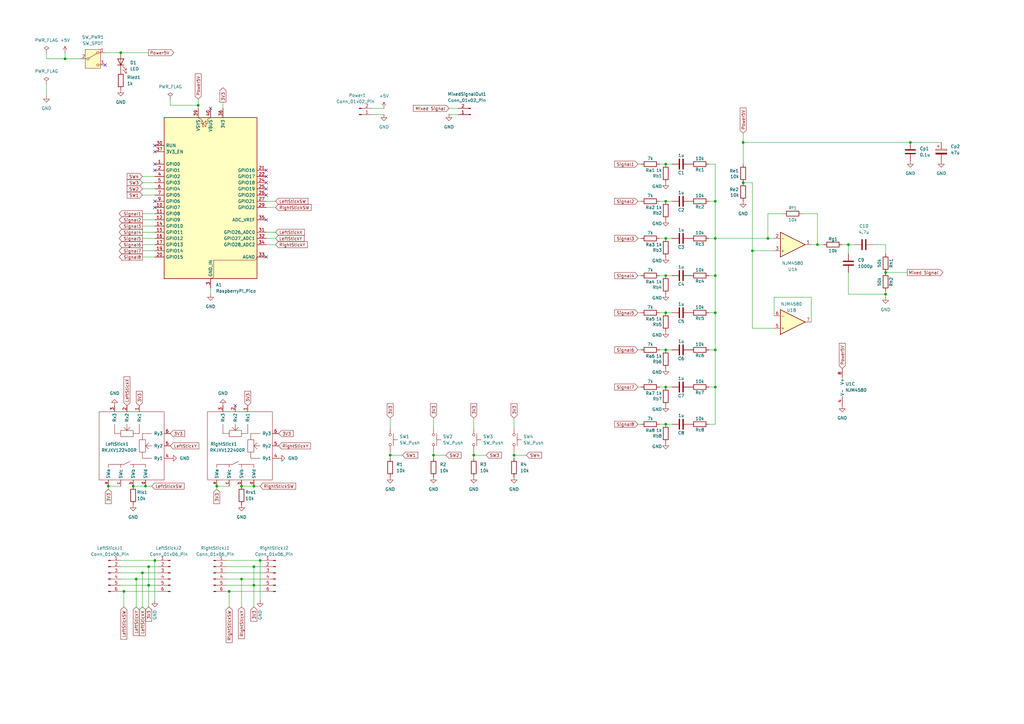
<source format=kicad_sch>
(kicad_sch (version 20250114) (generator "eeschema") (generator_version "9.0")
  (paper "A3")
  (junction (at 293.37 97.79))
  (junction (at 273.05 113.03))
  (junction (at 60.96 232.41))
  (junction (at 308.61 102.87))
  (junction (at 81.28 43.18))
  (junction (at 363.22 111.76))
  (junction (at 59.69 199.39))
  (junction (at 104.14 199.39))
  (junction (at 273.05 173.99))
  (junction (at 273.05 158.75))
  (junction (at 104.14 232.41))
  (junction (at 63.5 229.87))
  (junction (at 160.02 186.69))
  (junction (at 335.28 100.33))
  (junction (at 93.98 242.57))
  (junction (at 49.53 21.59))
  (junction (at 273.05 128.27))
  (junction (at 55.88 237.49))
  (junction (at 44.45 199.39))
  (junction (at 304.8 58.42))
  (junction (at 54.61 199.39))
  (junction (at 177.8 186.69))
  (junction (at 273.05 67.31))
  (junction (at 273.05 143.51))
  (junction (at 293.37 82.55))
  (junction (at 293.37 143.51))
  (junction (at 99.06 199.39))
  (junction (at 88.9 199.39))
  (junction (at 273.05 82.55))
  (junction (at 99.06 237.49))
  (junction (at 347.98 100.33))
  (junction (at 373.38 58.42))
  (junction (at 293.37 158.75))
  (junction (at 293.37 128.27))
  (junction (at 314.96 97.79))
  (junction (at 304.8 74.93))
  (junction (at 293.37 113.03))
  (junction (at 26.67 24.13))
  (junction (at 194.31 186.69))
  (junction (at 104.14 240.03))
  (junction (at 58.42 234.95))
  (junction (at 50.8 242.57))
  (junction (at 60.96 240.03))
  (junction (at 273.05 97.79))
  (junction (at 210.82 186.69))
  (junction (at 106.68 229.87))
  (junction (at 363.22 120.65))
  (no_connect (at 109.22 77.47))
  (no_connect (at 109.22 80.01))
  (no_connect (at 63.5 85.09))
  (no_connect (at 63.5 59.69))
  (no_connect (at 109.22 74.93))
  (no_connect (at 96.52 166.37))
  (no_connect (at 109.22 72.39))
  (no_connect (at 109.22 90.17))
  (no_connect (at 63.5 69.85))
  (no_connect (at 63.5 82.55))
  (no_connect (at 63.5 67.31))
  (no_connect (at 63.5 62.23))
  (no_connect (at 86.36 44.45))
  (no_connect (at 109.22 105.41))
  (no_connect (at 43.18 26.67))
  (no_connect (at 109.22 69.85))
  (wire (pts (xy 347.98 120.65) (xy 363.22 120.65)))
  (wire (pts (xy 335.28 100.33) (xy 337.82 100.33)))
  (wire (pts (xy 293.37 97.79) (xy 314.96 97.79)))
  (wire (pts (xy 49.53 240.03) (xy 60.96 240.03)))
  (wire (pts (xy 55.88 237.49) (xy 55.88 248.92)))
  (wire (pts (xy 60.96 240.03) (xy 64.77 240.03)))
  (wire (pts (xy 293.37 128.27) (xy 293.37 143.51)))
  (wire (pts (xy 106.68 229.87) (xy 107.95 229.87)))
  (wire (pts (xy 273.05 158.75) (xy 275.59 158.75)))
  (wire (pts (xy 49.53 234.95) (xy 58.42 234.95)))
  (wire (pts (xy 58.42 95.25) (xy 63.5 95.25)))
  (wire (pts (xy 104.14 240.03) (xy 104.14 248.92)))
  (wire (pts (xy 273.05 97.79) (xy 275.59 97.79)))
  (wire (pts (xy 194.31 171.45) (xy 194.31 175.26)))
  (wire (pts (xy 92.71 237.49) (xy 99.06 237.49)))
  (wire (pts (xy 26.67 24.13) (xy 33.02 24.13)))
  (wire (pts (xy 363.22 119.38) (xy 363.22 120.65)))
  (wire (pts (xy 59.69 199.39) (xy 62.23 199.39)))
  (wire (pts (xy 50.8 242.57) (xy 64.77 242.57)))
  (wire (pts (xy 293.37 82.55) (xy 293.37 67.31)))
  (wire (pts (xy 58.42 92.71) (xy 63.5 92.71)))
  (wire (pts (xy 60.96 232.41) (xy 64.77 232.41)))
  (wire (pts (xy 194.31 186.69) (xy 199.39 186.69)))
  (wire (pts (xy 261.62 128.27) (xy 262.89 128.27)))
  (wire (pts (xy 261.62 173.99) (xy 262.89 173.99)))
  (wire (pts (xy 81.28 40.64) (xy 81.28 43.18)))
  (wire (pts (xy 314.96 97.79) (xy 317.5 97.79)))
  (wire (pts (xy 92.71 234.95) (xy 107.95 234.95)))
  (wire (pts (xy 335.28 87.63) (xy 335.28 100.33)))
  (wire (pts (xy 290.83 158.75) (xy 293.37 158.75)))
  (wire (pts (xy 99.06 237.49) (xy 107.95 237.49)))
  (wire (pts (xy 314.96 87.63) (xy 314.96 97.79)))
  (wire (pts (xy 293.37 173.99) (xy 290.83 173.99)))
  (wire (pts (xy 358.14 100.33) (xy 363.22 100.33)))
  (wire (pts (xy 49.53 21.59) (xy 60.96 21.59)))
  (wire (pts (xy 261.62 67.31) (xy 262.89 67.31)))
  (wire (pts (xy 109.22 97.79) (xy 113.03 97.79)))
  (wire (pts (xy 290.83 82.55) (xy 293.37 82.55)))
  (wire (pts (xy 69.85 43.18) (xy 81.28 43.18)))
  (wire (pts (xy 91.44 41.91) (xy 91.44 44.45)))
  (wire (pts (xy 81.28 43.18) (xy 81.28 44.45)))
  (wire (pts (xy 363.22 120.65) (xy 363.22 121.92)))
  (wire (pts (xy 58.42 105.41) (xy 63.5 105.41)))
  (wire (pts (xy 184.15 46.99) (xy 187.96 46.99)))
  (wire (pts (xy 63.5 229.87) (xy 63.5 246.38)))
  (wire (pts (xy 261.62 97.79) (xy 262.89 97.79)))
  (wire (pts (xy 160.02 185.42) (xy 160.02 186.69)))
  (wire (pts (xy 55.88 237.49) (xy 64.77 237.49)))
  (wire (pts (xy 160.02 186.69) (xy 160.02 187.96)))
  (wire (pts (xy 273.05 143.51) (xy 275.59 143.51)))
  (wire (pts (xy 290.83 113.03) (xy 293.37 113.03)))
  (wire (pts (xy 290.83 128.27) (xy 293.37 128.27)))
  (wire (pts (xy 304.8 74.93) (xy 308.61 74.93)))
  (wire (pts (xy 317.5 129.54) (xy 317.5 121.92)))
  (wire (pts (xy 104.14 232.41) (xy 104.14 240.03)))
  (wire (pts (xy 177.8 186.69) (xy 182.88 186.69)))
  (wire (pts (xy 270.51 82.55) (xy 273.05 82.55)))
  (wire (pts (xy 363.22 100.33) (xy 363.22 104.14)))
  (wire (pts (xy 317.5 134.62) (xy 308.61 134.62)))
  (wire (pts (xy 88.9 199.39) (xy 93.98 199.39)))
  (wire (pts (xy 109.22 85.09) (xy 113.03 85.09)))
  (wire (pts (xy 19.05 24.13) (xy 26.67 24.13)))
  (wire (pts (xy 152.4 46.99) (xy 157.48 46.99)))
  (wire (pts (xy 273.05 67.31) (xy 275.59 67.31)))
  (wire (pts (xy 44.45 199.39) (xy 49.53 199.39)))
  (wire (pts (xy 363.22 111.76) (xy 372.11 111.76)))
  (wire (pts (xy 210.82 186.69) (xy 215.9 186.69)))
  (wire (pts (xy 317.5 121.92) (xy 332.74 121.92)))
  (wire (pts (xy 58.42 234.95) (xy 64.77 234.95)))
  (wire (pts (xy 44.45 199.39) (xy 44.45 200.66)))
  (wire (pts (xy 290.83 143.51) (xy 293.37 143.51)))
  (wire (pts (xy 93.98 242.57) (xy 107.95 242.57)))
  (wire (pts (xy 54.61 199.39) (xy 59.69 199.39)))
  (wire (pts (xy 160.02 171.45) (xy 160.02 175.26)))
  (wire (pts (xy 321.31 87.63) (xy 314.96 87.63)))
  (wire (pts (xy 261.62 158.75) (xy 262.89 158.75)))
  (wire (pts (xy 49.53 232.41) (xy 60.96 232.41)))
  (wire (pts (xy 308.61 74.93) (xy 308.61 102.87)))
  (wire (pts (xy 60.96 232.41) (xy 60.96 240.03)))
  (wire (pts (xy 58.42 97.79) (xy 63.5 97.79)))
  (wire (pts (xy 308.61 102.87) (xy 317.5 102.87)))
  (wire (pts (xy 58.42 77.47) (xy 63.5 77.47)))
  (wire (pts (xy 293.37 158.75) (xy 293.37 173.99)))
  (wire (pts (xy 210.82 186.69) (xy 210.82 187.96)))
  (wire (pts (xy 304.8 58.42) (xy 304.8 67.31)))
  (wire (pts (xy 49.53 229.87) (xy 63.5 229.87)))
  (wire (pts (xy 58.42 102.87) (xy 63.5 102.87)))
  (wire (pts (xy 104.14 232.41) (xy 107.95 232.41)))
  (wire (pts (xy 177.8 186.69) (xy 177.8 187.96)))
  (wire (pts (xy 104.14 240.03) (xy 107.95 240.03)))
  (wire (pts (xy 69.85 40.64) (xy 69.85 43.18)))
  (wire (pts (xy 270.51 97.79) (xy 273.05 97.79)))
  (wire (pts (xy 93.98 242.57) (xy 93.98 248.92)))
  (wire (pts (xy 210.82 185.42) (xy 210.82 186.69)))
  (wire (pts (xy 270.51 173.99) (xy 273.05 173.99)))
  (wire (pts (xy 92.71 232.41) (xy 104.14 232.41)))
  (wire (pts (xy 304.8 58.42) (xy 373.38 58.42)))
  (wire (pts (xy 43.18 21.59) (xy 49.53 21.59)))
  (wire (pts (xy 152.4 44.45) (xy 157.48 44.45)))
  (wire (pts (xy 194.31 186.69) (xy 194.31 187.96)))
  (wire (pts (xy 261.62 82.55) (xy 262.89 82.55)))
  (wire (pts (xy 184.15 44.45) (xy 187.96 44.45)))
  (wire (pts (xy 293.37 82.55) (xy 293.37 97.79)))
  (wire (pts (xy 347.98 100.33) (xy 350.52 100.33)))
  (wire (pts (xy 58.42 87.63) (xy 63.5 87.63)))
  (wire (pts (xy 92.71 229.87) (xy 106.68 229.87)))
  (wire (pts (xy 106.68 229.87) (xy 106.68 246.38)))
  (wire (pts (xy 347.98 100.33) (xy 347.98 104.14)))
  (wire (pts (xy 26.67 21.59) (xy 26.67 24.13)))
  (wire (pts (xy 273.05 82.55) (xy 275.59 82.55)))
  (wire (pts (xy 270.51 67.31) (xy 273.05 67.31)))
  (wire (pts (xy 304.8 54.61) (xy 304.8 58.42)))
  (wire (pts (xy 92.71 242.57) (xy 93.98 242.57)))
  (wire (pts (xy 328.93 87.63) (xy 335.28 87.63)))
  (wire (pts (xy 261.62 143.51) (xy 262.89 143.51)))
  (wire (pts (xy 86.36 118.11) (xy 86.36 120.65)))
  (wire (pts (xy 293.37 113.03) (xy 293.37 128.27)))
  (wire (pts (xy 194.31 185.42) (xy 194.31 186.69)))
  (wire (pts (xy 308.61 134.62) (xy 308.61 102.87)))
  (wire (pts (xy 19.05 34.29) (xy 19.05 39.37)))
  (wire (pts (xy 19.05 21.59) (xy 19.05 24.13)))
  (wire (pts (xy 109.22 82.55) (xy 113.03 82.55)))
  (wire (pts (xy 293.37 143.51) (xy 293.37 158.75)))
  (wire (pts (xy 347.98 111.76) (xy 347.98 120.65)))
  (wire (pts (xy 99.06 199.39) (xy 104.14 199.39)))
  (wire (pts (xy 270.51 143.51) (xy 273.05 143.51)))
  (wire (pts (xy 104.14 199.39) (xy 106.68 199.39)))
  (wire (pts (xy 160.02 186.69) (xy 165.1 186.69)))
  (wire (pts (xy 177.8 185.42) (xy 177.8 186.69)))
  (wire (pts (xy 270.51 158.75) (xy 273.05 158.75)))
  (wire (pts (xy 60.96 240.03) (xy 60.96 248.92)))
  (wire (pts (xy 109.22 95.25) (xy 113.03 95.25)))
  (wire (pts (xy 293.37 97.79) (xy 293.37 113.03)))
  (wire (pts (xy 177.8 171.45) (xy 177.8 175.26)))
  (wire (pts (xy 49.53 242.57) (xy 50.8 242.57)))
  (wire (pts (xy 63.5 229.87) (xy 64.77 229.87)))
  (wire (pts (xy 270.51 113.03) (xy 273.05 113.03)))
  (wire (pts (xy 92.71 240.03) (xy 104.14 240.03)))
  (wire (pts (xy 58.42 234.95) (xy 58.42 248.92)))
  (wire (pts (xy 109.22 100.33) (xy 113.03 100.33)))
  (wire (pts (xy 270.51 128.27) (xy 273.05 128.27)))
  (wire (pts (xy 58.42 74.93) (xy 63.5 74.93)))
  (wire (pts (xy 332.74 121.92) (xy 332.74 132.08)))
  (wire (pts (xy 88.9 199.39) (xy 88.9 200.66)))
  (wire (pts (xy 58.42 100.33) (xy 63.5 100.33)))
  (wire (pts (xy 99.06 237.49) (xy 99.06 248.92)))
  (wire (pts (xy 273.05 128.27) (xy 275.59 128.27)))
  (wire (pts (xy 273.05 173.99) (xy 275.59 173.99)))
  (wire (pts (xy 210.82 171.45) (xy 210.82 175.26)))
  (wire (pts (xy 261.62 113.03) (xy 262.89 113.03)))
  (wire (pts (xy 335.28 100.33) (xy 332.74 100.33)))
  (wire (pts (xy 49.53 237.49) (xy 55.88 237.49)))
  (wire (pts (xy 58.42 72.39) (xy 63.5 72.39)))
  (wire (pts (xy 293.37 67.31) (xy 290.83 67.31)))
  (wire (pts (xy 50.8 242.57) (xy 50.8 248.92)))
  (wire (pts (xy 273.05 113.03) (xy 275.59 113.03)))
  (wire (pts (xy 373.38 58.42) (xy 386.08 58.42)))
  (wire (pts (xy 58.42 80.01) (xy 63.5 80.01)))
  (wire (pts (xy 290.83 97.79) (xy 293.37 97.79)))
  (wire (pts (xy 58.42 90.17) (xy 63.5 90.17)))
  (wire (pts (xy 345.44 100.33) (xy 347.98 100.33)))
  (global_label "Mixed Signal" (shape output) (at 372.11 111.76 0) (property "Intersheetrefs" "${INTERSHEET_REFS}" (effects (hide yes))))
  (global_label "SW1" (shape input) (at 165.1 186.69 0) (property "Intersheetrefs" "${INTERSHEET_REFS}" (effects (hide yes))))
  (global_label "Signal7" (shape output) (at 58.42 102.87 180) (property "Intersheetrefs" "${INTERSHEET_REFS}" (effects (hide yes))))
  (global_label "LeftStickY" (shape input) (at 113.03 97.79 0) (property "Intersheetrefs" "${INTERSHEET_REFS}" (effects (hide yes))))
  (global_label "Signal7" (shape input) (at 261.62 158.75 180) (property "Intersheetrefs" "${INTERSHEET_REFS}" (effects (hide yes))))
  (global_label "Signal1" (shape input) (at 261.62 67.31 180) (property "Intersheetrefs" "${INTERSHEET_REFS}" (effects (hide yes))))
  (global_label "Mixed Signal" (shape input) (at 184.15 44.45 180) (property "Intersheetrefs" "${INTERSHEET_REFS}" (effects (hide yes))))
  (global_label "LeftStickSW" (shape input) (at 50.8 248.92 270) (property "Intersheetrefs" "${INTERSHEET_REFS}" (effects (hide yes))))
  (global_label "RightStickSW" (shape input) (at 113.03 85.09 0) (property "Intersheetrefs" "${INTERSHEET_REFS}" (effects (hide yes))))
  (global_label "LeftStickSW" (shape input) (at 62.23 199.39 0) (property "Intersheetrefs" "${INTERSHEET_REFS}" (effects (hide yes))))
  (global_label "RightStickY" (shape input) (at 114.3 182.88 0) (property "Intersheetrefs" "${INTERSHEET_REFS}" (effects (hide yes))))
  (global_label "RightStickSW" (shape input) (at 106.68 199.39 0) (property "Intersheetrefs" "${INTERSHEET_REFS}" (effects (hide yes))))
  (global_label "Signal3" (shape output) (at 58.42 92.71 180) (property "Intersheetrefs" "${INTERSHEET_REFS}" (effects (hide yes))))
  (global_label "3V3" (shape input) (at 160.02 171.45 90) (property "Intersheetrefs" "${INTERSHEET_REFS}" (effects (hide yes))))
  (global_label "Signal5" (shape input) (at 261.62 128.27 180) (property "Intersheetrefs" "${INTERSHEET_REFS}" (effects (hide yes))))
  (global_label "3V3" (shape input) (at 210.82 171.45 90) (property "Intersheetrefs" "${INTERSHEET_REFS}" (effects (hide yes))))
  (global_label "3V3" (shape output) (at 91.44 41.91 90) (property "Intersheetrefs" "${INTERSHEET_REFS}" (effects (hide yes))))
  (global_label "Power5V" (shape output) (at 60.96 21.59 0) (property "Intersheetrefs" "${INTERSHEET_REFS}" (effects (hide yes))))
  (global_label "SW2" (shape input) (at 182.88 186.69 0) (property "Intersheetrefs" "${INTERSHEET_REFS}" (effects (hide yes))))
  (global_label "Signal1" (shape output) (at 58.42 87.63 180) (property "Intersheetrefs" "${INTERSHEET_REFS}" (effects (hide yes))))
  (global_label "SW2" (shape input) (at 58.42 77.47 180) (property "Intersheetrefs" "${INTERSHEET_REFS}" (effects (hide yes))))
  (global_label "3V3" (shape input) (at 60.96 248.92 270) (property "Intersheetrefs" "${INTERSHEET_REFS}" (effects (hide yes))))
  (global_label "3V3" (shape input) (at 194.31 171.45 90) (property "Intersheetrefs" "${INTERSHEET_REFS}" (effects (hide yes))))
  (global_label "Signal5" (shape output) (at 58.42 97.79 180) (property "Intersheetrefs" "${INTERSHEET_REFS}" (effects (hide yes))))
  (global_label "LeftStickX" (shape input) (at 52.07 166.37 90) (property "Intersheetrefs" "${INTERSHEET_REFS}" (effects (hide yes))))
  (global_label "3V3" (shape input) (at 88.9 200.66 270) (property "Intersheetrefs" "${INTERSHEET_REFS}" (effects (hide yes))))
  (global_label "RightStickSW" (shape input) (at 93.98 248.92 270) (property "Intersheetrefs" "${INTERSHEET_REFS}" (effects (hide yes))))
  (global_label "Signal4" (shape input) (at 261.62 113.03 180) (property "Intersheetrefs" "${INTERSHEET_REFS}" (effects (hide yes))))
  (global_label "3V3" (shape input) (at 104.14 248.92 270) (property "Intersheetrefs" "${INTERSHEET_REFS}" (effects (hide yes))))
  (global_label "3V3" (shape input) (at 69.85 177.8 0) (property "Intersheetrefs" "${INTERSHEET_REFS}" (effects (hide yes))))
  (global_label "RightStickY" (shape input) (at 99.06 248.92 270) (property "Intersheetrefs" "${INTERSHEET_REFS}" (effects (hide yes))))
  (global_label "Signal4" (shape output) (at 58.42 95.25 180) (property "Intersheetrefs" "${INTERSHEET_REFS}" (effects (hide yes))))
  (global_label "3V3" (shape input) (at 57.15 166.37 90) (property "Intersheetrefs" "${INTERSHEET_REFS}" (effects (hide yes))))
  (global_label "LeftStickSW" (shape input) (at 113.03 82.55 0) (property "Intersheetrefs" "${INTERSHEET_REFS}" (effects (hide yes))))
  (global_label "LeftStickX" (shape input) (at 113.03 95.25 0) (property "Intersheetrefs" "${INTERSHEET_REFS}" (effects (hide yes))))
  (global_label "Signal6" (shape input) (at 261.62 143.51 180) (property "Intersheetrefs" "${INTERSHEET_REFS}" (effects (hide yes))))
  (global_label "LeftStickX" (shape input) (at 58.42 248.92 270) (property "Intersheetrefs" "${INTERSHEET_REFS}" (effects (hide yes))))
  (global_label "SW1" (shape input) (at 58.42 80.01 180) (property "Intersheetrefs" "${INTERSHEET_REFS}" (effects (hide yes))))
  (global_label "Power5V" (shape input) (at 304.8 54.61 90) (property "Intersheetrefs" "${INTERSHEET_REFS}" (effects (hide yes))))
  (global_label "3V3" (shape input) (at 114.3 177.8 0) (property "Intersheetrefs" "${INTERSHEET_REFS}" (effects (hide yes))))
  (global_label "Signal6" (shape output) (at 58.42 100.33 180) (property "Intersheetrefs" "${INTERSHEET_REFS}" (effects (hide yes))))
  (global_label "Power5V" (shape input) (at 81.28 40.64 90) (property "Intersheetrefs" "${INTERSHEET_REFS}" (effects (hide yes))))
  (global_label "SW4" (shape input) (at 215.9 186.69 0) (property "Intersheetrefs" "${INTERSHEET_REFS}" (effects (hide yes))))
  (global_label "LeftStickY" (shape input) (at 69.85 182.88 0) (property "Intersheetrefs" "${INTERSHEET_REFS}" (effects (hide yes))))
  (global_label "Signal2" (shape output) (at 58.42 90.17 180) (property "Intersheetrefs" "${INTERSHEET_REFS}" (effects (hide yes))))
  (global_label "3V3" (shape input) (at 177.8 171.45 90) (property "Intersheetrefs" "${INTERSHEET_REFS}" (effects (hide yes))))
  (global_label "SW4" (shape input) (at 58.42 72.39 180) (property "Intersheetrefs" "${INTERSHEET_REFS}" (effects (hide yes))))
  (global_label "RightStickY" (shape input) (at 113.03 100.33 0) (property "Intersheetrefs" "${INTERSHEET_REFS}" (effects (hide yes))))
  (global_label "SW3" (shape input) (at 58.42 74.93 180) (property "Intersheetrefs" "${INTERSHEET_REFS}" (effects (hide yes))))
  (global_label "Signal8" (shape output) (at 58.42 105.41 180) (property "Intersheetrefs" "${INTERSHEET_REFS}" (effects (hide yes))))
  (global_label "SW3" (shape input) (at 199.39 186.69 0) (property "Intersheetrefs" "${INTERSHEET_REFS}" (effects (hide yes))))
  (global_label "3V3" (shape input) (at 101.6 166.37 90) (property "Intersheetrefs" "${INTERSHEET_REFS}" (effects (hide yes))))
  (global_label "Signal3" (shape input) (at 261.62 97.79 180) (property "Intersheetrefs" "${INTERSHEET_REFS}" (effects (hide yes))))
  (global_label "LeftStickY" (shape input) (at 55.88 248.92 270) (property "Intersheetrefs" "${INTERSHEET_REFS}" (effects (hide yes))))
  (global_label "Power5V" (shape input) (at 345.44 151.13 90) (property "Intersheetrefs" "${INTERSHEET_REFS}" (effects (hide yes))))
  (global_label "Signal2" (shape input) (at 261.62 82.55 180) (property "Intersheetrefs" "${INTERSHEET_REFS}" (effects (hide yes))))
  (global_label "Signal8" (shape input) (at 261.62 173.99 180) (property "Intersheetrefs" "${INTERSHEET_REFS}" (effects (hide yes))))
  (global_label "3V3" (shape input) (at 44.45 200.66 270) (property "Intersheetrefs" "${INTERSHEET_REFS}" (effects (hide yes))))
  (symbol (lib_id "power:+5V") (at 26.67 21.59 0) (unit 1)
    (property "Reference" "#PWR02" (effects (hide yes)))
    (property "Value" "+5V" (at 26.67 16.51 0))
    (property "Description" "Power symbol creates a global label with name \"+5V\"" (effects (hide yes)))
  )
  (symbol (lib_id "Device:R") (at 325.12 87.63 90) (unit 1)
    (property "Reference" "Rf1" (at 325.12 85.344 90))
    (property "Value" "10k" (at 325.12 90.17 90))
    (property "Footprint" "Resistor_THT:R_Axial_DIN0207_L6.3mm_D2.5mm_P2.54mm_Vertical" (effects (hide yes)))
    (property "Description" "Resistor" (effects (hide yes)))
  )
  (symbol (lib_id "power:GND") (at 99.06 207.01 0) (unit 1)
    (property "Reference" "#PWR010" (effects (hide yes)))
    (property "Value" "GND" (at 99.06 212.09 0))
    (property "Description" "Power symbol creates a global label with name \"GND\" , ground" (effects (hide yes)))
  )
  (symbol (lib_id "power:GND") (at 160.02 195.58 0) (unit 1)
    (property "Reference" "#PWR015" (effects (hide yes)))
    (property "Value" "GND" (at 160.02 200.66 0))
    (property "Description" "Power symbol creates a global label with name \"GND\" , ground" (effects (hide yes)))
  )
  (symbol (lib_id "power:PWR_FLAG") (at 19.05 21.59 0) (unit 1)
    (property "Reference" "#FLG01" (effects (hide yes)))
    (property "Value" "PWR_FLAG" (at 19.05 16.51 0))
    (property "Description" "Special symbol for telling ERC where power comes from" (effects (hide yes)))
  )
  (symbol (lib_id "Connector:Conn_01x06_Pin") (at 87.63 234.95 0) (unit 1)
    (property "Reference" "RightStickJ1" (at 88.265 224.79 0))
    (property "Value" "Conn_01x06_Pin" (at 88.265 227.33 0))
    (property "Footprint" "Connector_PinHeader_2.54mm:PinHeader_1x06_P2.54mm_Vertical" (effects (hide yes)))
    (property "Description" "Generic connector, single row, 01x06, script generated" (effects (hide yes)))
  )
  (symbol (lib_id "Device:R") (at 287.02 128.27 90) (unit 1)
    (property "Reference" "Rc5" (at 287.02 130.556 90))
    (property "Value" "10k" (at 287.02 125.984 90))
    (property "Footprint" "Resistor_THT:R_Axial_DIN0207_L6.3mm_D2.5mm_P2.54mm_Vertical" (effects (hide yes)))
    (property "Description" "Resistor" (effects (hide yes)))
  )
  (symbol (lib_id "Device:R") (at 99.06 203.2 0) (unit 1)
    (property "Reference" "Rrs1" (at 100.584 201.93 0) (effects (justify left)))
    (property "Value" "10k" (at 100.584 204.47 0) (effects (justify left)))
    (property "Footprint" "Resistor_THT:R_Axial_DIN0207_L6.3mm_D2.5mm_P2.54mm_Vertical" (effects (hide yes)))
    (property "Description" "Resistor" (effects (hide yes)))
  )
  (symbol (lib_id "Device:R") (at 287.02 67.31 90) (unit 1)
    (property "Reference" "Rc1" (at 287.02 69.596 90))
    (property "Value" "10k" (at 287.02 65.024 90))
    (property "Footprint" "Resistor_THT:R_Axial_DIN0207_L6.3mm_D2.5mm_P2.54mm_Vertical" (effects (hide yes)))
    (property "Description" "Resistor" (effects (hide yes)))
  )
  (symbol (lib_id "Device:R") (at 266.7 128.27 90) (unit 1)
    (property "Reference" "Ra5" (at 266.7 130.81 90))
    (property "Value" "7k" (at 266.7 125.984 90))
    (property "Footprint" "Resistor_THT:R_Axial_DIN0207_L6.3mm_D2.5mm_P2.54mm_Vertical" (effects (hide yes)))
    (property "Description" "Resistor" (effects (hide yes)))
  )
  (symbol (lib_id "Device:C") (at 347.98 107.95 0) (unit 1)
    (property "Reference" "C9" (at 351.79 106.6799 0) (effects (justify left)))
    (property "Value" "1000p" (at 351.79 109.2199 0) (effects (justify left)))
    (property "Footprint" "Capacitor_THT:C_Disc_D5.1mm_W3.2mm_P5.00mm" (effects (hide yes)))
    (property "Description" "Unpolarized capacitor" (effects (hide yes)))
  )
  (symbol (lib_id "power:GND") (at 273.05 105.41 0) (unit 1)
    (property "Reference" "#PWR022" (effects (hide yes)))
    (property "Value" "GND" (at 269.494 106.934 0))
    (property "Description" "Power symbol creates a global label with name \"GND\" , ground" (effects (hide yes)))
  )
  (symbol (lib_id "power:GND") (at 106.68 246.38 0) (unit 1)
    (property "Reference" "#PWR011" (effects (hide yes)))
    (property "Value" "GND" (at 106.6801 250.19 90) (effects (justify right)))
    (property "Description" "Power symbol creates a global label with name \"GND\" , ground" (effects (hide yes)))
  )
  (symbol (lib_id "power:GND") (at 273.05 135.89 0) (unit 1)
    (property "Reference" "#PWR024" (effects (hide yes)))
    (property "Value" "GND" (at 269.494 137.414 0))
    (property "Description" "Power symbol creates a global label with name \"GND\" , ground" (effects (hide yes)))
  )
  (symbol (lib_id "power:GND") (at 273.05 151.13 0) (unit 1)
    (property "Reference" "#PWR025" (effects (hide yes)))
    (property "Value" "GND" (at 269.494 152.654 0))
    (property "Description" "Power symbol creates a global label with name \"GND\" , ground" (effects (hide yes)))
  )
  (symbol (lib_id "Switch:SW_Push") (at 194.31 180.34 270) (unit 1)
    (property "Reference" "SW3" (at 198.12 179.0699 90) (effects (justify left)))
    (property "Value" "SW_Push" (at 198.12 181.6099 90) (effects (justify left)))
    (property "Footprint" "Button_Switch_THT:SW_PUSH_6mm_H7.3mm" (effects (hide yes)))
    (property "Description" "Push button switch, generic, two pins" (effects (hide yes)))
  )
  (symbol (lib_id "power:GND") (at 46.99 166.37 180) (unit 1)
    (property "Reference" "#PWR03" (effects (hide yes)))
    (property "Value" "GND" (at 46.99 161.29 0))
    (property "Description" "Power symbol creates a global label with name \"GND\" , ground" (effects (hide yes)))
  )
  (symbol (lib_id "Amplifier_Operational:NJM4580") (at 325.12 100.33 0) (mirror x) (unit 1)
    (property "Reference" "U1" (at 325.12 110.49 0))
    (property "Value" "NJM4580" (at 325.12 107.95 0))
    (property "Footprint" "Package_DIP:DIP-8_W7.62mm_Socket" (effects (hide yes)))
    (property "Datasheet" "http://www.njr.com/semicon/PDF/NJM4580_E.pdf" (effects (hide yes)))
    (property "Description" "Dual Operational Amplifier, DIP-8/DMP-8/SIP-8/MSOP-8/SOP-8/SSOP-8" (effects (hide yes)))
  )
  (symbol (lib_id "Device:R") (at 266.7 97.79 90) (unit 1)
    (property "Reference" "Ra3" (at 266.7 100.33 90))
    (property "Value" "7k" (at 266.7 95.504 90))
    (property "Footprint" "Resistor_THT:R_Axial_DIN0207_L6.3mm_D2.5mm_P2.54mm_Vertical" (effects (hide yes)))
    (property "Description" "Resistor" (effects (hide yes)))
  )
  (symbol (lib_id "power:GND") (at 210.82 195.58 0) (unit 1)
    (property "Reference" "#PWR019" (effects (hide yes)))
    (property "Value" "GND" (at 210.82 200.66 0))
    (property "Description" "Power symbol creates a global label with name \"GND\" , ground" (effects (hide yes)))
  )
  (symbol (lib_id "Device:R") (at 160.02 191.77 0) (unit 1)
    (property "Reference" "R1" (at 162.56 190.4999 0) (effects (justify left)))
    (property "Value" "10k" (at 162.56 193.0399 0) (effects (justify left)))
    (property "Footprint" "Resistor_THT:R_Axial_DIN0207_L6.3mm_D2.5mm_P2.54mm_Vertical" (effects (hide yes)))
    (property "Description" "Resistor" (effects (hide yes)))
  )
  (symbol (lib_id "power:GND") (at 63.5 246.38 0) (unit 1)
    (property "Reference" "#PWR06" (effects (hide yes)))
    (property "Value" "GND" (at 63.5001 250.19 90) (effects (justify right)))
    (property "Description" "Power symbol creates a global label with name \"GND\" , ground" (effects (hide yes)))
  )
  (symbol (lib_id "power:GND") (at 54.61 207.01 0) (unit 1)
    (property "Reference" "#PWR05" (effects (hide yes)))
    (property "Value" "GND" (at 54.61 212.09 0))
    (property "Description" "Power symbol creates a global label with name \"GND\" , ground" (effects (hide yes)))
  )
  (symbol (lib_id "joystick:RKJXV122400R") (at 52.07 182.88 0) (unit 1)
    (property "Reference" "LeftStick1" (at 52.832 182.118 0) (effects (justify right)))
    (property "Value" "RKJXV122400R" (at 56.134 184.658 0) (effects (justify right)))
    (property "Footprint" "myjoystick:RKJXV122400R" (effects (hide yes)))
  )
  (symbol (lib_id "Device:R") (at 273.05 86.36 0) (unit 1)
    (property "Reference" "Rb2" (at 271.526 87.376 0) (effects (justify right)))
    (property "Value" "1k" (at 271.526 85.09 0) (effects (justify right)))
    (property "Footprint" "Resistor_THT:R_Axial_DIN0207_L6.3mm_D2.5mm_P2.54mm_Vertical" (effects (hide yes)))
    (property "Description" "Resistor" (effects (hide yes)))
  )
  (symbol (lib_id "Device:R") (at 273.05 71.12 0) (unit 1)
    (property "Reference" "Rb1" (at 271.526 72.136 0) (effects (justify right)))
    (property "Value" "1k" (at 271.526 69.85 0) (effects (justify right)))
    (property "Footprint" "Resistor_THT:R_Axial_DIN0207_L6.3mm_D2.5mm_P2.54mm_Vertical" (effects (hide yes)))
    (property "Description" "Resistor" (effects (hide yes)))
  )
  (symbol (lib_id "Device:R") (at 287.02 113.03 90) (unit 1)
    (property "Reference" "Rc4" (at 287.02 115.316 90))
    (property "Value" "10k" (at 287.02 110.744 90))
    (property "Footprint" "Resistor_THT:R_Axial_DIN0207_L6.3mm_D2.5mm_P2.54mm_Vertical" (effects (hide yes)))
    (property "Description" "Resistor" (effects (hide yes)))
  )
  (symbol (lib_id "power:GND") (at 273.05 120.65 0) (unit 1)
    (property "Reference" "#PWR023" (effects (hide yes)))
    (property "Value" "GND" (at 269.494 122.174 0))
    (property "Description" "Power symbol creates a global label with name \"GND\" , ground" (effects (hide yes)))
  )
  (symbol (lib_id "Device:R") (at 266.7 67.31 90) (unit 1)
    (property "Reference" "Ra1" (at 266.7 69.85 90))
    (property "Value" "7k" (at 266.7 65.024 90))
    (property "Footprint" "Resistor_THT:R_Axial_DIN0207_L6.3mm_D2.5mm_P2.54mm_Vertical" (effects (hide yes)))
    (property "Description" "Resistor" (effects (hide yes)))
  )
  (symbol (lib_id "Amplifier_Operational:NJM4580") (at 325.12 132.08 0) (mirror x) (unit 2)
    (property "Reference" "U1" (at 324.612 127.254 0))
    (property "Value" "NJM4580" (at 324.612 124.714 0))
    (property "Footprint" "Package_DIP:DIP-8_W7.62mm_Socket" (effects (hide yes)))
    (property "Datasheet" "http://www.njr.com/semicon/PDF/NJM4580_E.pdf" (effects (hide yes)))
    (property "Description" "Dual Operational Amplifier, DIP-8/DMP-8/SIP-8/MSOP-8/SOP-8/SSOP-8" (effects (hide yes)))
  )
  (symbol (lib_id "Connector:Conn_01x06_Pin") (at 69.85 234.95 0) (mirror y) (unit 1)
    (property "Reference" "LeftStickJ2" (at 69.215 224.79 0))
    (property "Value" "Conn_01x06_Pin" (at 69.215 227.33 0))
    (property "Footprint" "Connector_PinHeader_2.54mm:PinHeader_1x06_P2.54mm_Vertical" (effects (hide yes)))
    (property "Description" "Generic connector, single row, 01x06, script generated" (effects (hide yes)))
  )
  (symbol (lib_id "Connector:Conn_01x06_Pin") (at 44.45 234.95 0) (unit 1)
    (property "Reference" "LeftStickJ1" (at 45.085 224.79 0))
    (property "Value" "Conn_01x06_Pin" (at 45.085 227.33 0))
    (property "Footprint" "Connector_PinHeader_2.54mm:PinHeader_1x06_P2.54mm_Vertical" (effects (hide yes)))
    (property "Description" "Generic connector, single row, 01x06, script generated" (effects (hide yes)))
  )
  (symbol (lib_id "Switch:SW_Push") (at 160.02 180.34 270) (unit 1)
    (property "Reference" "SW1" (at 163.83 179.0699 90) (effects (justify left)))
    (property "Value" "SW_Push" (at 163.83 181.6099 90) (effects (justify left)))
    (property "Footprint" "Button_Switch_THT:SW_PUSH_6mm_H7.3mm" (effects (hide yes)))
    (property "Description" "Push button switch, generic, two pins" (effects (hide yes)))
  )
  (symbol (lib_id "power:GND") (at 386.08 66.04 0) (unit 1)
    (property "Reference" "#PWR033" (effects (hide yes)))
    (property "Value" "GND" (at 386.08 71.12 0))
    (property "Description" "Power symbol creates a global label with name \"GND\" , ground" (effects (hide yes)))
  )
  (symbol (lib_id "Device:C") (at 354.33 100.33 90) (unit 1)
    (property "Reference" "C10" (at 354.33 92.71 90))
    (property "Value" "4.7u" (at 354.33 95.25 90))
    (property "Footprint" "Capacitor_THT:C_Disc_D5.1mm_W3.2mm_P5.00mm" (effects (hide yes)))
    (property "Description" "Unpolarized capacitor" (effects (hide yes)))
  )
  (symbol (lib_id "Device:C") (at 279.4 97.79 90) (unit 1)
    (property "Reference" "C3" (at 279.4 101.346 90))
    (property "Value" "1u" (at 279.4 94.234 90))
    (property "Footprint" "Capacitor_THT:C_Disc_D5.1mm_W3.2mm_P5.00mm" (effects (hide yes)))
    (property "Description" "Unpolarized capacitor" (effects (hide yes)))
  )
  (symbol (lib_id "Device:R") (at 287.02 82.55 90) (unit 1)
    (property "Reference" "Rc2" (at 287.02 84.836 90))
    (property "Value" "10k" (at 287.02 80.264 90))
    (property "Footprint" "Resistor_THT:R_Axial_DIN0207_L6.3mm_D2.5mm_P2.54mm_Vertical" (effects (hide yes)))
    (property "Description" "Resistor" (effects (hide yes)))
  )
  (symbol (lib_id "power:GND") (at 91.44 166.37 180) (unit 1)
    (property "Reference" "#PWR09" (effects (hide yes)))
    (property "Value" "GND" (at 91.44 161.29 0))
    (property "Description" "Power symbol creates a global label with name \"GND\" , ground" (effects (hide yes)))
  )
  (symbol (lib_id "Device:R") (at 287.02 158.75 90) (unit 1)
    (property "Reference" "Rc7" (at 287.02 161.036 90))
    (property "Value" "10k" (at 287.02 156.464 90))
    (property "Footprint" "Resistor_THT:R_Axial_DIN0207_L6.3mm_D2.5mm_P2.54mm_Vertical" (effects (hide yes)))
    (property "Description" "Resistor" (effects (hide yes)))
  )
  (symbol (lib_id "power:GND") (at 177.8 195.58 0) (unit 1)
    (property "Reference" "#PWR016" (effects (hide yes)))
    (property "Value" "GND" (at 177.8 200.66 0))
    (property "Description" "Power symbol creates a global label with name \"GND\" , ground" (effects (hide yes)))
  )
  (symbol (lib_id "Device:R") (at 287.02 143.51 90) (unit 1)
    (property "Reference" "Rc6" (at 287.02 145.796 90))
    (property "Value" "10k" (at 287.02 141.224 90))
    (property "Footprint" "Resistor_THT:R_Axial_DIN0207_L6.3mm_D2.5mm_P2.54mm_Vertical" (effects (hide yes)))
    (property "Description" "Resistor" (effects (hide yes)))
  )
  (symbol (lib_id "power:GND") (at 19.05 39.37 0) (unit 1)
    (property "Reference" "#PWR01" (effects (hide yes)))
    (property "Value" "GND" (at 19.05 44.45 0))
    (property "Description" "Power symbol creates a global label with name \"GND\" , ground" (effects (hide yes)))
  )
  (symbol (lib_id "Amplifier_Operational:NJM4580") (at 347.98 158.75 0) (unit 3)
    (property "Reference" "U1" (at 346.71 157.4799 0) (effects (justify left)))
    (property "Value" "NJM4580" (at 346.71 160.0199 0) (effects (justify left)))
    (property "Footprint" "Package_DIP:DIP-8_W7.62mm_Socket" (effects (hide yes)))
    (property "Datasheet" "http://www.njr.com/semicon/PDF/NJM4580_E.pdf" (effects (hide yes)))
    (property "Description" "Dual Operational Amplifier, DIP-8/DMP-8/SIP-8/MSOP-8/SOP-8/SSOP-8" (effects (hide yes)))
  )
  (symbol (lib_id "Device:R") (at 341.63 100.33 90) (unit 1)
    (property "Reference" "Rg1" (at 341.63 98.044 90))
    (property "Value" "10k" (at 341.63 102.87 90))
    (property "Footprint" "Resistor_THT:R_Axial_DIN0207_L6.3mm_D2.5mm_P2.54mm_Vertical" (effects (hide yes)))
    (property "Description" "Resistor" (effects (hide yes)))
  )
  (symbol (lib_id "Device:C") (at 279.4 143.51 90) (unit 1)
    (property "Reference" "C6" (at 279.4 147.066 90))
    (property "Value" "1u" (at 279.4 139.954 90))
    (property "Footprint" "Capacitor_THT:C_Disc_D5.1mm_W3.2mm_P5.00mm" (effects (hide yes)))
    (property "Description" "Unpolarized capacitor" (effects (hide yes)))
  )
  (symbol (lib_id "Device:R") (at 287.02 97.79 90) (unit 1)
    (property "Reference" "Rc3" (at 287.02 100.076 90))
    (property "Value" "10k" (at 287.02 95.504 90))
    (property "Footprint" "Resistor_THT:R_Axial_DIN0207_L6.3mm_D2.5mm_P2.54mm_Vertical" (effects (hide yes)))
    (property "Description" "Resistor" (effects (hide yes)))
  )
  (symbol (lib_id "power:GND") (at 345.44 166.37 0) (unit 1)
    (property "Reference" "#PWR030" (effects (hide yes)))
    (property "Value" "GND" (at 345.44 171.45 0))
    (property "Description" "Power symbol creates a global label with name \"GND\" , ground" (effects (hide yes)))
  )
  (symbol (lib_id "power:GND") (at 86.36 120.65 0) (unit 1)
    (property "Reference" "#PWR08" (effects (hide yes)))
    (property "Value" "GND" (at 86.36 125.73 0))
    (property "Description" "Power symbol creates a global label with name \"GND\" , ground" (effects (hide yes)))
  )
  (symbol (lib_id "power:GND") (at 157.48 46.99 0) (unit 1)
    (property "Reference" "#PWR014" (effects (hide yes)))
    (property "Value" "GND" (at 157.48 52.07 0))
    (property "Description" "Power symbol creates a global label with name \"GND\" , ground" (effects (hide yes)))
  )
  (symbol (lib_id "power:GND") (at 273.05 90.17 0) (unit 1)
    (property "Reference" "#PWR021" (effects (hide yes)))
    (property "Value" "GND" (at 269.494 91.694 0))
    (property "Description" "Power symbol creates a global label with name \"GND\" , ground" (effects (hide yes)))
  )
  (symbol (lib_id "Device:R") (at 266.7 158.75 90) (unit 1)
    (property "Reference" "Ra7" (at 266.7 161.29 90))
    (property "Value" "7k" (at 266.7 156.464 90))
    (property "Footprint" "Resistor_THT:R_Axial_DIN0207_L6.3mm_D2.5mm_P2.54mm_Vertical" (effects (hide yes)))
    (property "Description" "Resistor" (effects (hide yes)))
  )
  (symbol (lib_id "Device:R") (at 273.05 101.6 0) (unit 1)
    (property "Reference" "Rb3" (at 271.526 102.616 0) (effects (justify right)))
    (property "Value" "1k" (at 271.526 100.33 0) (effects (justify right)))
    (property "Footprint" "Resistor_THT:R_Axial_DIN0207_L6.3mm_D2.5mm_P2.54mm_Vertical" (effects (hide yes)))
    (property "Description" "Resistor" (effects (hide yes)))
  )
  (symbol (lib_id "Connector:Conn_01x06_Pin") (at 113.03 234.95 0) (mirror y) (unit 1)
    (property "Reference" "RightStickJ2" (at 112.395 224.79 0))
    (property "Value" "Conn_01x06_Pin" (at 112.395 227.33 0))
    (property "Footprint" "Connector_PinHeader_2.54mm:PinHeader_1x06_P2.54mm_Vertical" (effects (hide yes)))
    (property "Description" "Generic connector, single row, 01x06, script generated" (effects (hide yes)))
  )
  (symbol (lib_id "power:GND") (at 114.3 187.96 90) (unit 1)
    (property "Reference" "#PWR012" (effects (hide yes)))
    (property "Value" "GND" (at 118.11 187.9599 90) (effects (justify right)))
    (property "Description" "Power symbol creates a global label with name \"GND\" , ground" (effects (hide yes)))
  )
  (symbol (lib_id "Device:C") (at 279.4 82.55 90) (unit 1)
    (property "Reference" "C2" (at 279.4 86.106 90))
    (property "Value" "1u" (at 279.4 78.994 90))
    (property "Footprint" "Capacitor_THT:C_Disc_D5.1mm_W3.2mm_P5.00mm" (effects (hide yes)))
    (property "Description" "Unpolarized capacitor" (effects (hide yes)))
  )
  (symbol (lib_id "Device:LED") (at 49.53 25.4 90) (unit 1)
    (property "Reference" "D1" (at 53.34 25.7174 90) (effects (justify right)))
    (property "Value" "LED" (at 53.34 28.2574 90) (effects (justify right)))
    (property "Footprint" "LED_THT:LED_D3.0mm" (effects (hide yes)))
    (property "Description" "Light emitting diode" (effects (hide yes)))
    (property "Sim.Pins" "1=K 2=A" (effects (hide yes)))
  )
  (symbol (lib_id "Device:R") (at 54.61 203.2 0) (unit 1)
    (property "Reference" "Rls1" (at 56.134 201.93 0) (effects (justify left)))
    (property "Value" "10k" (at 56.134 204.47 0) (effects (justify left)))
    (property "Footprint" "Resistor_THT:R_Axial_DIN0207_L6.3mm_D2.5mm_P2.54mm_Vertical" (effects (hide yes)))
    (property "Description" "Resistor" (effects (hide yes)))
  )
  (symbol (lib_id "power:GND") (at 69.85 187.96 90) (unit 1)
    (property "Reference" "#PWR07" (effects (hide yes)))
    (property "Value" "GND" (at 73.66 187.9599 90) (effects (justify right)))
    (property "Description" "Power symbol creates a global label with name \"GND\" , ground" (effects (hide yes)))
  )
  (symbol (lib_id "power:PWR_FLAG") (at 19.05 34.29 0) (unit 1)
    (property "Reference" "#FLG02" (effects (hide yes)))
    (property "Value" "PWR_FLAG" (at 19.05 29.21 0))
    (property "Description" "Special symbol for telling ERC where power comes from" (effects (hide yes)))
  )
  (symbol (lib_id "MCU_Module:RaspberryPi_Pico") (at 86.36 82.55 0) (unit 1)
    (property "Reference" "A1" (at 88.5033 116.84 0) (effects (justify left)))
    (property "Value" "RaspberryPi_Pico" (at 88.5033 119.38 0) (effects (justify left)))
    (property "Footprint" "Module:RaspberryPi_Pico_Common_Unspecified" (effects (hide yes)))
    (property "Datasheet" "https://datasheets.raspberrypi.com/pico/pico-datasheet.pdf" (effects (hide yes)))
    (property "Description" "Versatile and inexpensive microcontroller module powered by RP2040 dual-core Arm Cortex-M0+ processor up to 133 MHz, 264kB SRAM, 2MB QSPI flash; also supports Raspberry Pi Pico 2" (effects (hide yes)))
    (pin "3" (alternate "GND_IN"))
  )
  (symbol (lib_id "Device:R") (at 273.05 177.8 0) (unit 1)
    (property "Reference" "Rb8" (at 271.526 178.816 0) (effects (justify right)))
    (property "Value" "1k" (at 271.526 176.53 0) (effects (justify right)))
    (property "Footprint" "Resistor_THT:R_Axial_DIN0207_L6.3mm_D2.5mm_P2.54mm_Vertical" (effects (hide yes)))
    (property "Description" "Resistor" (effects (hide yes)))
  )
  (symbol (lib_id "power:GND") (at 194.31 195.58 0) (unit 1)
    (property "Reference" "#PWR018" (effects (hide yes)))
    (property "Value" "GND" (at 194.31 200.66 0))
    (property "Description" "Power symbol creates a global label with name \"GND\" , ground" (effects (hide yes)))
  )
  (symbol (lib_id "Connector:Conn_01x02_Pin") (at 193.04 46.99 180) (unit 1)
    (property "Reference" "MixedSignalOut1" (at 191.516 38.608 0))
    (property "Value" "Conn_01x02_Pin" (at 191.516 41.148 0))
    (property "Footprint" "TerminalBlock:TerminalBlock_bornier-2_P5.08mm" (effects (hide yes)))
    (property "Description" "Generic connector, single row, 01x02, script generated" (effects (hide yes)))
  )
  (symbol (lib_id "power:GND") (at 304.8 82.55 0) (unit 1)
    (property "Reference" "#PWR028" (effects (hide yes)))
    (property "Value" "GND" (at 304.8 87.63 0))
    (property "Description" "Power symbol creates a global label with name \"GND\" , ground" (effects (hide yes)))
  )
  (symbol (lib_id "Connector:Conn_01x02_Pin") (at 147.32 46.99 0) (mirror x) (unit 1)
    (property "Reference" "Power1" (at 146.558 39.116 0))
    (property "Value" "Conn_01x02_Pin" (at 145.796 41.656 0))
    (property "Footprint" "TerminalBlock:TerminalBlock_bornier-2_P5.08mm" (effects (hide yes)))
    (property "Description" "Generic connector, single row, 01x02, script generated" (effects (hide yes)))
  )
  (symbol (lib_id "power:GND") (at 363.22 121.92 0) (unit 1)
    (property "Reference" "#PWR031" (effects (hide yes)))
    (property "Value" "GND" (at 363.22 127 0))
    (property "Description" "Power symbol creates a global label with name \"GND\" , ground" (effects (hide yes)))
  )
  (symbol (lib_id "Device:C") (at 279.4 113.03 90) (unit 1)
    (property "Reference" "C4" (at 279.4 116.586 90))
    (property "Value" "1u" (at 279.4 109.474 90))
    (property "Footprint" "Capacitor_THT:C_Disc_D5.1mm_W3.2mm_P5.00mm" (effects (hide yes)))
    (property "Description" "Unpolarized capacitor" (effects (hide yes)))
  )
  (symbol (lib_id "power:GND") (at 373.38 66.04 0) (unit 1)
    (property "Reference" "#PWR032" (effects (hide yes)))
    (property "Value" "GND" (at 373.38 71.12 0))
    (property "Description" "Power symbol creates a global label with name \"GND\" , ground" (effects (hide yes)))
  )
  (symbol (lib_id "joystick:RKJXV122400R") (at 96.52 182.88 0) (unit 1)
    (property "Reference" "RightStick1" (at 97.282 182.118 0) (effects (justify right)))
    (property "Value" "RKJXV122400R" (at 100.584 184.658 0) (effects (justify right)))
    (property "Footprint" "myjoystick:RKJXV122400R" (effects (hide yes)))
  )
  (symbol (lib_id "Device:C") (at 279.4 158.75 90) (unit 1)
    (property "Reference" "C7" (at 279.4 162.306 90))
    (property "Value" "1u" (at 279.4 155.194 90))
    (property "Footprint" "Capacitor_THT:C_Disc_D5.1mm_W3.2mm_P5.00mm" (effects (hide yes)))
    (property "Description" "Unpolarized capacitor" (effects (hide yes)))
  )
  (symbol (lib_id "Device:R") (at 266.7 113.03 90) (unit 1)
    (property "Reference" "Ra4" (at 266.7 115.57 90))
    (property "Value" "7k" (at 266.7 110.744 90))
    (property "Footprint" "Resistor_THT:R_Axial_DIN0207_L6.3mm_D2.5mm_P2.54mm_Vertical" (effects (hide yes)))
    (property "Description" "Resistor" (effects (hide yes)))
  )
  (symbol (lib_id "Device:C") (at 279.4 128.27 90) (unit 1)
    (property "Reference" "C5" (at 279.4 131.826 90))
    (property "Value" "1u" (at 279.4 124.714 90))
    (property "Footprint" "Capacitor_THT:C_Disc_D5.1mm_W3.2mm_P5.00mm" (effects (hide yes)))
    (property "Description" "Unpolarized capacitor" (effects (hide yes)))
  )
  (symbol (lib_id "power:GND") (at 49.53 36.83 0) (unit 1)
    (property "Reference" "#PWR04" (effects (hide yes)))
    (property "Value" "GND" (at 49.53 41.91 0))
    (property "Description" "Power symbol creates a global label with name \"GND\" , ground" (effects (hide yes)))
  )
  (symbol (lib_id "Device:R") (at 304.8 78.74 0) (unit 1)
    (property "Reference" "Re2" (at 299.212 77.724 0) (effects (justify left)))
    (property "Value" "10k" (at 299.466 80.01 0) (effects (justify left)))
    (property "Footprint" "Resistor_THT:R_Axial_DIN0207_L6.3mm_D2.5mm_P2.54mm_Vertical" (effects (hide yes)))
    (property "Description" "Resistor" (effects (hide yes)))
  )
  (symbol (lib_id "power:GND") (at 273.05 181.61 0) (unit 1)
    (property "Reference" "#PWR027" (effects (hide yes)))
    (property "Value" "GND" (at 269.494 183.134 0))
    (property "Description" "Power symbol creates a global label with name \"GND\" , ground" (effects (hide yes)))
  )
  (symbol (lib_id "Device:R") (at 210.82 191.77 0) (unit 1)
    (property "Reference" "R4" (at 213.36 190.4999 0) (effects (justify left)))
    (property "Value" "10k" (at 213.36 193.0399 0) (effects (justify left)))
    (property "Footprint" "Resistor_THT:R_Axial_DIN0207_L6.3mm_D2.5mm_P2.54mm_Vertical" (effects (hide yes)))
    (property "Description" "Resistor" (effects (hide yes)))
  )
  (symbol (lib_id "Device:R") (at 304.8 71.12 0) (unit 1)
    (property "Reference" "Re1" (at 299.212 70.104 0) (effects (justify left)))
    (property "Value" "10k" (at 299.466 72.39 0) (effects (justify left)))
    (property "Footprint" "Resistor_THT:R_Axial_DIN0207_L6.3mm_D2.5mm_P2.54mm_Vertical" (effects (hide yes)))
    (property "Description" "Resistor" (effects (hide yes)))
  )
  (symbol (lib_id "Device:R") (at 266.7 82.55 90) (unit 1)
    (property "Reference" "Ra2" (at 266.7 85.09 90))
    (property "Value" "7k" (at 266.7 80.264 90))
    (property "Footprint" "Resistor_THT:R_Axial_DIN0207_L6.3mm_D2.5mm_P2.54mm_Vertical" (effects (hide yes)))
    (property "Description" "Resistor" (effects (hide yes)))
  )
  (symbol (lib_id "Device:C_Polarized") (at 386.08 62.23 0) (unit 1)
    (property "Reference" "Cp2" (at 389.89 60.0709 0) (effects (justify left)))
    (property "Value" "47u" (at 389.89 62.6109 0) (effects (justify left)))
    (property "Footprint" "Capacitor_THT:CP_Radial_D8.0mm_P5.00mm" (effects (hide yes)))
    (property "Description" "Polarized capacitor" (effects (hide yes)))
  )
  (symbol (lib_id "Switch:SW_Push") (at 210.82 180.34 270) (unit 1)
    (property "Reference" "SW4" (at 214.63 179.0699 90) (effects (justify left)))
    (property "Value" "SW_Push" (at 214.63 181.6099 90) (effects (justify left)))
    (property "Footprint" "Button_Switch_THT:SW_PUSH_6mm_H7.3mm" (effects (hide yes)))
    (property "Description" "Push button switch, generic, two pins" (effects (hide yes)))
  )
  (symbol (lib_id "Device:R") (at 273.05 147.32 0) (unit 1)
    (property "Reference" "Rb6" (at 271.526 148.336 0) (effects (justify right)))
    (property "Value" "1k" (at 271.526 146.05 0) (effects (justify right)))
    (property "Footprint" "Resistor_THT:R_Axial_DIN0207_L6.3mm_D2.5mm_P2.54mm_Vertical" (effects (hide yes)))
    (property "Description" "Resistor" (effects (hide yes)))
  )
  (symbol (lib_id "Device:C") (at 373.38 62.23 0) (unit 1)
    (property "Reference" "Cp1" (at 377.19 60.9599 0) (effects (justify left)))
    (property "Value" "0.1u" (at 377.19 63.4999 0) (effects (justify left)))
    (property "Footprint" "Capacitor_THT:C_Disc_D5.1mm_W3.2mm_P5.00mm" (effects (hide yes)))
    (property "Description" "Unpolarized capacitor" (effects (hide yes)))
  )
  (symbol (lib_id "power:GND") (at 273.05 166.37 0) (unit 1)
    (property "Reference" "#PWR026" (effects (hide yes)))
    (property "Value" "GND" (at 269.494 167.894 0))
    (property "Description" "Power symbol creates a global label with name \"GND\" , ground" (effects (hide yes)))
  )
  (symbol (lib_id "power:+5V") (at 157.48 44.45 0) (unit 1)
    (property "Reference" "#PWR013" (effects (hide yes)))
    (property "Value" "+5V" (at 157.48 39.37 0))
    (property "Description" "Power symbol creates a global label with name \"+5V\"" (effects (hide yes)))
  )
  (symbol (lib_id "Device:R") (at 273.05 132.08 0) (unit 1)
    (property "Reference" "Rb5" (at 271.526 133.096 0) (effects (justify right)))
    (property "Value" "1k" (at 271.526 130.81 0) (effects (justify right)))
    (property "Footprint" "Resistor_THT:R_Axial_DIN0207_L6.3mm_D2.5mm_P2.54mm_Vertical" (effects (hide yes)))
    (property "Description" "Resistor" (effects (hide yes)))
  )
  (symbol (lib_id "Device:R") (at 266.7 173.99 90) (unit 1)
    (property "Reference" "Ra8" (at 266.7 176.53 90))
    (property "Value" "7k" (at 266.7 171.704 90))
    (property "Footprint" "Resistor_THT:R_Axial_DIN0207_L6.3mm_D2.5mm_P2.54mm_Vertical" (effects (hide yes)))
    (property "Description" "Resistor" (effects (hide yes)))
  )
  (symbol (lib_id "power:GND") (at 184.15 46.99 0) (unit 1)
    (property "Reference" "#PWR017" (effects (hide yes)))
    (property "Value" "GND" (at 184.15 52.07 0))
    (property "Description" "Power symbol creates a global label with name \"GND\" , ground" (effects (hide yes)))
  )
  (symbol (lib_id "Switch:SW_SPDT") (at 38.1 24.13 0) (unit 1)
    (property "Reference" "SW_PWR1" (at 38.1 15.24 0))
    (property "Value" "SW_SPDT" (at 38.1 17.78 0))
    (property "Footprint" "Connector_PinHeader_2.54mm:PinHeader_1x03_P2.54mm_Vertical" (effects (hide yes)))
    (property "Description" "Switch, single pole double throw" (effects (hide yes)))
  )
  (symbol (lib_id "power:GND") (at 273.05 74.93 0) (unit 1)
    (property "Reference" "#PWR020" (effects (hide yes)))
    (property "Value" "GND" (at 269.494 76.454 0))
    (property "Description" "Power symbol creates a global label with name \"GND\" , ground" (effects (hide yes)))
  )
  (symbol (lib_id "Device:R") (at 194.31 191.77 0) (unit 1)
    (property "Reference" "R3" (at 196.85 190.4999 0) (effects (justify left)))
    (property "Value" "10k" (at 196.85 193.0399 0) (effects (justify left)))
    (property "Footprint" "Resistor_THT:R_Axial_DIN0207_L6.3mm_D2.5mm_P2.54mm_Vertical" (effects (hide yes)))
    (property "Description" "Resistor" (effects (hide yes)))
  )
  (symbol (lib_id "Device:R") (at 273.05 162.56 0) (unit 1)
    (property "Reference" "Rb7" (at 271.526 163.576 0) (effects (justify right)))
    (property "Value" "1k" (at 271.526 161.29 0) (effects (justify right)))
    (property "Footprint" "Resistor_THT:R_Axial_DIN0207_L6.3mm_D2.5mm_P2.54mm_Vertical" (effects (hide yes)))
    (property "Description" "Resistor" (effects (hide yes)))
  )
  (symbol (lib_id "Device:R") (at 273.05 116.84 0) (unit 1)
    (property "Reference" "Rb4" (at 271.526 117.856 0) (effects (justify right)))
    (property "Value" "1k" (at 271.526 115.57 0) (effects (justify right)))
    (property "Footprint" "Resistor_THT:R_Axial_DIN0207_L6.3mm_D2.5mm_P2.54mm_Vertical" (effects (hide yes)))
    (property "Description" "Resistor" (effects (hide yes)))
  )
  (symbol (lib_id "Device:R") (at 266.7 143.51 90) (unit 1)
    (property "Reference" "Ra6" (at 266.7 146.05 90))
    (property "Value" "7k" (at 266.7 141.224 90))
    (property "Footprint" "Resistor_THT:R_Axial_DIN0207_L6.3mm_D2.5mm_P2.54mm_Vertical" (effects (hide yes)))
    (property "Description" "Resistor" (effects (hide yes)))
  )
  (symbol (lib_id "Device:R") (at 177.8 191.77 0) (unit 1)
    (property "Reference" "R2" (at 180.34 190.4999 0) (effects (justify left)))
    (property "Value" "10k" (at 180.34 193.0399 0) (effects (justify left)))
    (property "Footprint" "Resistor_THT:R_Axial_DIN0207_L6.3mm_D2.5mm_P2.54mm_Vertical" (effects (hide yes)))
    (property "Description" "Resistor" (effects (hide yes)))
  )
  (symbol (lib_id "Device:R") (at 363.22 107.95 0) (unit 1)
    (property "Reference" "Rh1" (at 365.506 107.95 90))
    (property "Value" "50k" (at 360.68 107.95 90))
    (property "Footprint" "Resistor_THT:R_Axial_DIN0207_L6.3mm_D2.5mm_P2.54mm_Vertical" (effects (hide yes)))
    (property "Description" "Resistor" (effects (hide yes)))
  )
  (symbol (lib_id "Device:R") (at 287.02 173.99 90) (unit 1)
    (property "Reference" "Rc8" (at 287.02 176.276 90))
    (property "Value" "10k" (at 287.02 171.704 90))
    (property "Footprint" "Resistor_THT:R_Axial_DIN0207_L6.3mm_D2.5mm_P2.54mm_Vertical" (effects (hide yes)))
    (property "Description" "Resistor" (effects (hide yes)))
  )
  (symbol (lib_id "Device:R") (at 49.53 33.02 0) (unit 1)
    (property "Reference" "Rled1" (at 52.07 31.7499 0) (effects (justify left)))
    (property "Value" "1k" (at 52.07 34.2899 0) (effects (justify left)))
    (property "Footprint" "Resistor_THT:R_Axial_DIN0207_L6.3mm_D2.5mm_P2.54mm_Vertical" (effects (hide yes)))
    (property "Description" "Resistor" (effects (hide yes)))
  )
  (symbol (lib_id "Switch:SW_Push") (at 177.8 180.34 270) (unit 1)
    (property "Reference" "SW2" (at 181.61 179.0699 90) (effects (justify left)))
    (property "Value" "SW_Push" (at 181.61 181.6099 90) (effects (justify left)))
    (property "Footprint" "Button_Switch_THT:SW_PUSH_6mm_H7.3mm" (effects (hide yes)))
    (property "Description" "Push button switch, generic, two pins" (effects (hide yes)))
  )
  (symbol (lib_id "Device:C") (at 279.4 173.99 90) (unit 1)
    (property "Reference" "C8" (at 279.4 177.546 90))
    (property "Value" "1u" (at 279.4 170.434 90))
    (property "Footprint" "Capacitor_THT:C_Disc_D5.1mm_W3.2mm_P5.00mm" (effects (hide yes)))
    (property "Description" "Unpolarized capacitor" (effects (hide yes)))
  )
  (symbol (lib_id "power:PWR_FLAG") (at 69.85 40.64 0) (unit 1)
    (property "Reference" "#FLG03" (effects (hide yes)))
    (property "Value" "PWR_FLAG" (at 69.85 35.56 0))
    (property "Description" "Special symbol for telling ERC where power comes from" (effects (hide yes)))
  )
  (symbol (lib_id "Device:R") (at 363.22 115.57 0) (unit 1)
    (property "Reference" "Rh2" (at 365.506 115.57 90))
    (property "Value" "50k" (at 360.68 115.57 90))
    (property "Footprint" "Resistor_THT:R_Axial_DIN0207_L6.3mm_D2.5mm_P2.54mm_Vertical" (effects (hide yes)))
    (property "Description" "Resistor" (effects (hide yes)))
  )
  (symbol (lib_id "Device:C") (at 279.4 67.31 90) (unit 1)
    (property "Reference" "C1" (at 279.4 70.866 90))
    (property "Value" "1u" (at 279.4 63.754 90))
    (property "Footprint" "Capacitor_THT:C_Disc_D5.1mm_W3.2mm_P5.00mm" (effects (hide yes)))
    (property "Description" "Unpolarized capacitor" (effects (hide yes)))
  )
)
</source>
